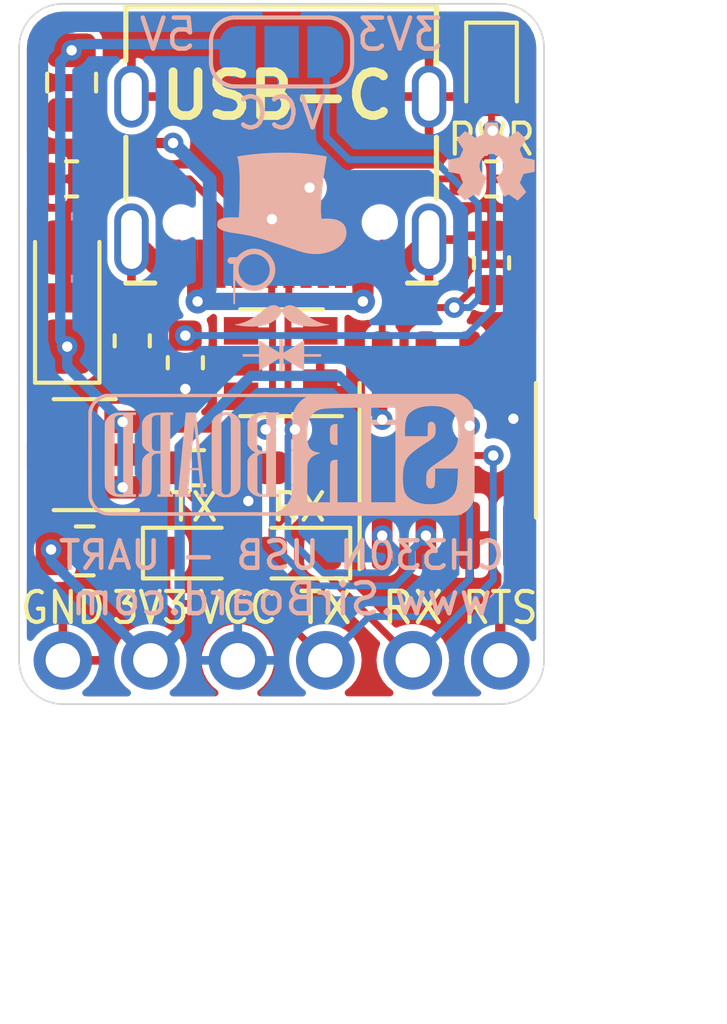
<source format=kicad_pcb>
(kicad_pcb (version 20171130) (host pcbnew "(5.1.2)-2")
  (title_block (title "CH330N USB to UART Converter") (date 2020-04-12) (rev 1.1) (company SirBoard) (comment 1 www.SirBoard.com))
  (layers (0 F.Cu signal) (31 B.Cu signal) (34 B.Paste user hide) (35 F.Paste user hide) (36 B.SilkS user) (37 F.SilkS user) (38 B.Mask user hide) (39 F.Mask user hide) (44 Edge.Cuts user))
  (net 0 "")
  (net 1 "Net-(PWR1-Pad2)")
  (net 2 GND)
  (net 3 VBUS)
  (net 4 VCC)
  (net 5 TX)
  (net 6 RX)
  (net 7 3V3)
  (net 8 RTS)
  (net 9 "Net-(P1-PadA5)")
  (net 10 "Net-(U2-Pad4)")
  (net 11 "Net-(P1-PadA8)")
  (net 12 "Net-(F1-Pad2)")
  (net 13 "Net-(R2-Pad2)")
  (net 14 "Net-(R3-Pad2)")
  (net 15 D-)
  (net 16 D+)
  (net 17 "Net-(P1-PadB5)")
  (net 18 "Net-(P1-PadB8)")
  (module logo:OSHW36x26 (layer B.Cu) (at 73.279 34.925 180)
    (fp_text reference G*** hide)
    (fp_text value LOGO hide)
  )
  (module logo:logo63x89 (layer B.Cu) (at 67.183 37.846 180)
    (fp_text reference G*** hide)
    (fp_text value LOGO hide)
  )
  (module logo:SirBoard112x35 (layer B.Cu) (at 67.183 43.434 180)
    (fp_text reference G*** hide)
    (fp_text value LOGO hide)
  )
  (module Connector_PinHeader_2.54mm:PinHeader_1x06_P2.54mm_Horizontal (layer F.Cu) (at 73.533 49.403 270)
    (fp_text reference J2 hide)
    (fp_text value Conn_01x06)
    (pad 6 thru_hole oval (at 0 12.7 270) (size 1.7 1.7) (drill 1) (layers *.Cu *.Mask) (net 2 GND))
    (pad 5 thru_hole oval (at 0 10.16 270) (size 1.7 1.7) (drill 1) (layers *.Cu *.Mask) (net 7 3V3))
    (pad 4 thru_hole oval (at 0 7.62 270) (size 1.7 1.7) (drill 1) (layers *.Cu *.Mask) (net 4 VCC))
    (pad 3 thru_hole oval (at 0 5.08 270) (size 1.7 1.7) (drill 1) (layers *.Cu *.Mask) (net 5 TX))
    (pad 2 thru_hole oval (at 0 2.54 270) (size 1.7 1.7) (drill 1) (layers *.Cu *.Mask) (net 6 RX))
    (pad 1 thru_hole circle (at 0 0 270) (size 1.7 1.7) (drill 1) (layers *.Cu *.Mask) (net 8 RTS))
  )
  (module LED_SMD:LED_0603_1608Metric (layer F.Cu) (at 73.279 32.385 270)
    (fp_text reference PWR (at 1.905 0) (layer F.SilkS) (effects (font (size 0.9 0.8) (thickness 0.12))))
    (fp_text value BLUE)
    (pad 2 smd roundrect (at 0.7875 0 270) (size 0.875 0.95) (layers F.Cu F.Paste F.Mask) (net 1 "Net-(PWR1-Pad2)"))
    (pad 1 smd roundrect (at -0.7875 0 270) (size 0.875 0.95) (layers F.Cu F.Paste F.Mask) (net 2 GND))
  )
  (module Resistor_SMD:R_0805_2012Metric (layer F.Cu) (at 61.087 32.639 270)
    (fp_text reference F1 hide)
    (fp_text value 500mA)
    (pad 2 smd roundrect (at 0.9375 0 270) (size 0.975 1.4) (layers F.Cu F.Paste F.Mask) (net 12 "Net-(F1-Pad2)"))
    (pad 1 smd roundrect (at -0.9375 0 270) (size 0.975 1.4) (layers F.Cu F.Paste F.Mask) (net 3 VBUS))
  )
  (module SirBoardLibrary:USB_C (layer F.Cu) (at 70.358 38.481 180)
    (fp_text reference USB-C (at 3.302 5.461) (layer F.SilkS) (effects (font (size 1.27 1.27) (thickness 0.254))))
    (fp_text value USB_C_Plug_USB2.0 hide)
    (pad A4 smd rect (at 0.6585 0.5866 180) (size 0.31 1.4) (layers F.Cu F.Paste F.Mask) (net 12 "Net-(F1-Pad2)"))
    (pad A9 smd rect (at 5.7685 0.5866 180) (size 0.31 1.4) (layers F.Cu F.Paste F.Mask) (net 12 "Net-(F1-Pad2)"))
    (pad B8 smd rect (at 1.4635 0.5866 180) (size 0.32 1.4) (layers F.Cu F.Paste F.Mask) (net 18 "Net-(P1-PadB8)"))
    (pad A5 smd rect (at 1.9635 0.5866 180) (size 0.32 1.4) (layers F.Cu F.Paste F.Mask) (net 9 "Net-(P1-PadA5)"))
    (pad B7 smd rect (at 2.4635 0.5866 180) (size 0.32 1.4) (layers F.Cu F.Paste F.Mask) (net 15 D-))
    (pad A6 smd rect (at 2.9635 0.5866 180) (size 0.32 1.4) (layers F.Cu F.Paste F.Mask) (net 16 D+))
    (pad A7 smd rect (at 3.4635 0.5866 180) (size 0.32 1.4) (layers F.Cu F.Paste F.Mask) (net 15 D-))
    (pad B6 smd rect (at 3.9635 0.5866 180) (size 0.32 1.4) (layers F.Cu F.Paste F.Mask) (net 16 D+))
    (pad A8 smd rect (at 4.4635 0.5866 180) (size 0.32 1.4) (layers F.Cu F.Paste F.Mask) (net 11 "Net-(P1-PadA8)"))
    (pad B5 smd rect (at 4.9635 0.5866 180) (size 0.32 1.4) (layers F.Cu F.Paste F.Mask) (net 17 "Net-(P1-PadB5)"))
    (pad S1 thru_hole oval (at -1.1065 1.2866 180) (size 1 2.1) (drill oval 0.6 1.7) (layers *.Cu *.Mask) (net 2 GND))
    (pad S1 thru_hole oval (at 7.5335 1.2866 180) (size 1 2.1) (drill oval 0.6 1.7) (layers *.Cu *.Mask) (net 2 GND))
    (pad S1 thru_hole oval (at 7.5335 5.4366 180) (size 1 1.8) (drill oval 0.6 1.4) (layers *.Cu *.Mask) (net 2 GND))
    (pad S1 thru_hole oval (at -1.1065 5.4366 180) (size 1 1.8) (drill oval 0.6 1.4) (layers *.Cu *.Mask) (net 2 GND))
    (pad "" np_thru_hole circle (at 6.1035 1.7866 180) (size 0.65 0.65) (drill oval 0.65) (layers *.Cu *.Mask))
    (pad "" np_thru_hole circle (at 0.3235 1.7866 180) (size 0.65 0.65) (drill oval 0.65) (layers *.Cu *.Mask))
    (pad A12 smd rect (at 6.5685 0.5866 180) (size 0.31 1.4) (layers F.Cu F.Paste F.Mask) (net 2 GND))
    (pad A1 smd rect (at -0.1415 0.5866 180) (size 0.31 1.4) (layers F.Cu F.Paste F.Mask) (net 2 GND))
    (pad B12 smd rect (at 0.1685 0.5842 180) (size 0.31 1.4) (layers F.Cu F.Paste F.Mask) (net 2 GND))
    (pad B9 smd rect (at 0.9685 0.5842 180) (size 0.31 1.4) (layers F.Cu F.Paste F.Mask) (net 12 "Net-(F1-Pad2)"))
    (pad B1 smd rect (at 6.2585 0.5866 180) (size 0.31 1.4) (layers F.Cu F.Paste F.Mask) (net 2 GND))
    (pad B4 smd rect (at 5.4558 0.5866 180) (size 0.31 1.4) (layers F.Cu F.Paste F.Mask) (net 12 "Net-(F1-Pad2)"))
  )
  (module Resistor_SMD:R_0603_1608Metric (layer F.Cu) (at 73.279 35.433)
    (fp_text reference R5 hide)
    (fp_text value 5K1)
    (pad 1 smd roundrect (at -0.7875 0) (size 0.875 0.95) (layers F.Cu F.Paste F.Mask) (net 9 "Net-(P1-PadA5)"))
    (pad 2 smd roundrect (at 0.7875 0) (size 0.875 0.95) (layers F.Cu F.Paste F.Mask) (net 2 GND))
  )
  (module Resistor_SMD:R_0603_1608Metric (layer F.Cu) (at 61.087 35.433 180)
    (fp_text reference R4 hide)
    (fp_text value 5K1)
    (pad 2 smd roundrect (at 0.7875 0 180) (size 0.875 0.95) (layers F.Cu F.Paste F.Mask) (net 2 GND))
    (pad 1 smd roundrect (at -0.7875 0 180) (size 0.875 0.95) (layers F.Cu F.Paste F.Mask) (net 17 "Net-(P1-PadB5)"))
  )
  (module Package_SO:SOIC-8_3.9x4.9mm_P1.27mm (layer F.Cu) (at 72.009 43.307 90)
    (fp_text reference U1 hide)
    (fp_text value CH330N)
    (pad 8 smd roundrect (at 2.475 -1.905 90) (size 1.95 0.6) (layers F.Cu F.Paste F.Mask) (net 7 3V3))
    (pad 7 smd roundrect (at 2.475 -0.635 90) (size 1.95 0.6) (layers F.Cu F.Paste F.Mask) (net 6 RX))
    (pad 6 smd roundrect (at 2.475 0.635 90) (size 1.95 0.6) (layers F.Cu F.Paste F.Mask) (net 5 TX))
    (pad 5 smd roundrect (at 2.475 1.905 90) (size 1.95 0.6) (layers F.Cu F.Paste F.Mask) (net 4 VCC))
    (pad 4 smd roundrect (at -2.475 1.905 90) (size 1.95 0.6) (layers F.Cu F.Paste F.Mask) (net 8 RTS))
    (pad 3 smd roundrect (at -2.475 0.635 90) (size 1.95 0.6) (layers F.Cu F.Paste F.Mask) (net 2 GND))
    (pad 2 smd roundrect (at -2.475 -0.635 90) (size 1.95 0.6) (layers F.Cu F.Paste F.Mask) (net 15 D-))
    (pad 1 smd roundrect (at -2.475 -1.905 90) (size 1.95 0.6) (layers F.Cu F.Paste F.Mask) (net 16 D+))
  )
  (module SirBoardLibrary:SOT-143 (layer F.Cu) (at 67.183 40.767 90)
    (fp_text reference D1 hide)
    (fp_text value PRTR5V0U2X)
    (pad 4 smd rect (at -0.9754 -1.1762 90) (size 0.8 1) (layers F.Cu F.Paste F.Mask) (net 3 VBUS))
    (pad 3 smd rect (at 0.9246 -1.1762 90) (size 0.8 1) (layers F.Cu F.Paste F.Mask) (net 15 D-))
    (pad 2 smd rect (at 0.9246 1.1238 90) (size 0.8 1) (layers F.Cu F.Paste F.Mask) (net 16 D+))
    (pad 1 smd rect (at -0.7954 1.1238 90) (size 1.2 1) (layers F.Cu F.Paste F.Mask) (net 2 GND))
  )
  (module Capacitor_SMD:C_0603_1608Metric (layer F.Cu) (at 73.279 37.8714 270)
    (fp_text reference C1 hide)
    (fp_text value 100nF)
    (pad 2 smd roundrect (at 0.7875 0 270) (size 0.875 0.95) (layers F.Cu F.Paste F.Mask) (net 7 3V3))
    (pad 1 smd roundrect (at -0.7875 0 270) (size 0.875 0.95) (layers F.Cu F.Paste F.Mask) (net 2 GND))
  )
  (module Jumper:SolderJumper-3_P1.3mm_Open_RoundedPad1.0x1.5mm (layer B.Cu) (at 67.183 31.75)
    (fp_text reference VCC (at 0 1.778) (layer B.SilkS) (effects (font (size 0.9 0.9) (thickness 0.13)) (justify mirror)))
    (fp_text value SolderJumper_3_Open)
    (pad 2 smd rect (at 0 0) (size 1 1.5) (layers B.Cu B.Mask) (net 4 VCC))
    (pad 3 smd custom (at 1.3 0) (size 1 0.5) (layers B.Cu B.Mask) (net 7 3V3) (options (clearance outline) (anchor rect)) (primitives (gr_circle (center 0 -0.25) (end 0.5 -0.25) (width 0)) (gr_circle (center 0 0.25) (end 0.5 0.25) (width 0)) (gr_poly (pts (xy -0.55 0.75) (xy 0 0.75) (xy 0 -0.75) (xy -0.55 -0.75)) (width 0))))
    (pad 1 smd custom (at -1.3 0) (size 1 0.5) (layers B.Cu B.Mask) (net 3 VBUS) (options (clearance outline) (anchor rect)) (primitives (gr_circle (center 0 -0.25) (end 0.5 -0.25) (width 0)) (gr_circle (center 0 0.25) (end 0.5 0.25) (width 0)) (gr_poly (pts (xy 0.55 0.75) (xy 0 0.75) (xy 0 -0.75) (xy 0.55 -0.75)) (width 0))))
  )
  (module LED_SMD:LED_0603_1608Metric (layer F.Cu) (at 64.643 46.2915)
    (fp_text reference TX2 hide)
    (fp_text value RED)
    (pad 1 smd roundrect (at -0.7875 0) (size 0.875 0.95) (layers F.Cu F.Paste F.Mask) (net 5 TX))
    (pad 2 smd roundrect (at 0.7875 0) (size 0.875 0.95) (layers F.Cu F.Paste F.Mask) (net 13 "Net-(R2-Pad2)"))
  )
  (module LED_SMD:LED_0603_1608Metric (layer F.Cu) (at 67.691 46.2915 180)
    (fp_text reference RX1 hide)
    (fp_text value GREEN)
    (pad 1 smd roundrect (at -0.7875 0 180) (size 0.875 0.95) (layers F.Cu F.Paste F.Mask) (net 6 RX))
    (pad 2 smd roundrect (at 0.7875 0 180) (size 0.875 0.95) (layers F.Cu F.Paste F.Mask) (net 14 "Net-(R3-Pad2)"))
  )
  (module Resistor_SMD:R_0603_1608Metric (layer F.Cu) (at 67.691 43.815)
    (fp_text reference R3 hide)
    (fp_text value 1K)
    (pad 1 smd roundrect (at -0.7875 0) (size 0.875 0.95) (layers F.Cu F.Paste F.Mask) (net 4 VCC))
    (pad 2 smd roundrect (at 0.7875 0) (size 0.875 0.95) (layers F.Cu F.Paste F.Mask) (net 14 "Net-(R3-Pad2)"))
  )
  (module Resistor_SMD:R_0603_1608Metric (layer F.Cu) (at 64.77 43.815 180)
    (fp_text reference R2 hide)
    (fp_text value 1K)
    (pad 1 smd roundrect (at -0.7875 0 180) (size 0.875 0.95) (layers F.Cu F.Paste F.Mask) (net 4 VCC))
    (pad 2 smd roundrect (at 0.7875 0 180) (size 0.875 0.95) (layers F.Cu F.Paste F.Mask) (net 13 "Net-(R2-Pad2)"))
  )
  (module Resistor_SMD:R_0603_1608Metric (layer F.Cu) (at 64.389 40.767 90)
    (fp_text reference R1 hide)
    (fp_text value 1K)
    (pad 1 smd roundrect (at -0.7875 0 90) (size 0.875 0.95) (layers F.Cu F.Paste F.Mask) (net 4 VCC))
    (pad 2 smd roundrect (at 0.7875 0 90) (size 0.875 0.95) (layers F.Cu F.Paste F.Mask) (net 1 "Net-(PWR1-Pad2)"))
  )
  (module Capacitor_SMD:C_0805_2012Metric (layer F.Cu) (at 61.468 46.228)
    (fp_text reference C7 hide)
    (fp_text value 10uF)
    (pad 2 smd roundrect (at 0.9375 0) (size 0.975 1.4) (layers F.Cu F.Paste F.Mask) (net 2 GND))
    (pad 1 smd roundrect (at -0.9375 0) (size 0.975 1.4) (layers F.Cu F.Paste F.Mask) (net 7 3V3))
  )
  (module Package_TO_SOT_SMD:SOT-23-5 (layer F.Cu) (at 61.468 43.434 180)
    (fp_text reference U2 hide)
    (fp_text value AP2127K-3.3)
    (pad 5 smd rect (at 1.1 -0.95 180) (size 1.06 0.65) (layers F.Cu F.Paste F.Mask) (net 7 3V3))
    (pad 4 smd rect (at 1.1 0.95 180) (size 1.06 0.65) (layers F.Cu F.Paste F.Mask) (net 10 "Net-(U2-Pad4)"))
    (pad 3 smd rect (at -1.1 0.95 180) (size 1.06 0.65) (layers F.Cu F.Paste F.Mask) (net 3 VBUS))
    (pad 2 smd rect (at -1.1 0 180) (size 1.06 0.65) (layers F.Cu F.Paste F.Mask) (net 2 GND))
    (pad 1 smd rect (at -1.1 -0.95 180) (size 1.06 0.65) (layers F.Cu F.Paste F.Mask) (net 3 VBUS))
  )
  (module Capacitor_SMD:C_0603_1608Metric (layer F.Cu) (at 62.84722 40.132 270)
    (fp_text reference C4 hide)
    (fp_text value 100nF)
    (pad 2 smd roundrect (at 0.7875 0 270) (size 0.875 0.95) (layers F.Cu F.Paste F.Mask) (net 2 GND))
    (pad 1 smd roundrect (at -0.7875 0 270) (size 0.875 0.95) (layers F.Cu F.Paste F.Mask) (net 3 VBUS))
  )
  (module Capacitor_Tantalum_SMD:CP_EIA-3216-18_Kemet-A_Pad1.58x1.35mm_HandSolder (layer F.Cu) (at 60.96 38.862 90)
    (fp_text reference C3 hide)
    (fp_text value 22uF)
    (pad 1 smd roundrect (at -1.4375 0 90) (size 1.575 1.35) (layers F.Cu F.Paste F.Mask) (roundrect_rratio 0.185185) (net 3 VBUS))
    (pad 2 smd roundrect (at 1.4375 0 90) (size 1.575 1.35) (layers F.Cu F.Paste F.Mask) (roundrect_rratio 0.185185) (net 2 GND))
  )
  (gr_text TX (at 64.643 44.958) (layer F.SilkS) (effects (font (size 0.8 0.8) (thickness 0.12))))
  (gr_text RX (at 67.691 44.958) (layer F.SilkS) (effects (font (size 0.8 0.8) (thickness 0.12))))
  (gr_arc (start 60.833 31.623) (end 60.833 30.353) (angle -90) (layer Edge.Cuts) (width 0.05))
  (gr_arc (start 73.533 31.623) (end 74.803 31.623) (angle -90) (layer Edge.Cuts) (width 0.05))
  (gr_arc (start 73.533 49.403) (end 73.533 50.673) (angle -90) (layer Edge.Cuts) (width 0.05))
  (gr_arc (start 60.833 49.403) (end 59.563 49.403) (angle -90) (layer Edge.Cuts) (width 0.05))
  (gr_text 5V (at 63.881 31.242) (layer B.SilkS) (effects (font (size 0.9 0.9) (thickness 0.13)) (justify mirror)))
  (gr_text 3V3 (at 70.612 31.242) (layer B.SilkS) (effects (font (size 0.9 0.9) (thickness 0.13)) (justify mirror)))
  (gr_text TX (at 68.453 47.879) (layer F.SilkS) (effects (font (size 0.9 0.9) (thickness 0.13))))
  (gr_text 3V3 (at 63.373 47.879) (layer F.SilkS) (effects (font (size 0.9 0.8) (thickness 0.12))))
  (gr_text GND (at 60.833 47.879) (layer F.SilkS) (effects (font (size 0.9 0.8) (thickness 0.12))))
  (gr_text VCC (at 65.913 47.879) (layer F.SilkS) (effects (font (size 0.9 0.8) (thickness 0.12))))
  (gr_text RX (at 70.993 47.879) (layer F.SilkS) (effects (font (size 0.9 0.9) (thickness 0.13))))
  (gr_text RTS (at 73.533 47.879) (layer F.SilkS) (effects (font (size 0.9 0.8) (thickness 0.12))))
  (gr_text "CH330N USB - UART" (at 67.183 46.355) (layer B.SilkS) (effects (font (size 0.8 0.8) (thickness 0.13)) (justify mirror)))
  (gr_text www.SirBoard.com (at 67.183 47.625) (layer B.SilkS) (effects (font (size 0.9 0.9) (thickness 0.13)) (justify mirror)))
  (gr_line (start 59.563 31.623) (end 59.563 49.403) (layer Edge.Cuts) (width 0.05))
  (gr_line (start 74.803 31.623) (end 74.803 49.403) (layer Edge.Cuts) (width 0.05))
  (gr_line (start 73.533 30.353) (end 60.833 30.353) (layer Edge.Cuts) (width 0.05))
  (gr_line (start 60.833 50.673) (end 73.533 50.673) (layer Edge.Cuts) (width 0.05))
  (via (at 64.389 39.9796) (size 0.6) (drill 0.3) (layers F.Cu B.Cu) (net 1))
  (segment (start 73.309503 34.460264) (end 73.309503 34.036) (width 0.2) (layer B.Cu) (net 1))
  (segment (start 73.309503 39.212497) (end 73.309503 34.460264) (width 0.2) (layer B.Cu) (net 1))
  (segment (start 72.5424 39.9796) (end 73.309503 39.212497) (width 0.2) (layer B.Cu) (net 1))
  (segment (start 64.389 39.9796) (end 72.5424 39.9796) (width 0.2) (layer B.Cu) (net 1))
  (segment (start 73.279 34.005497) (end 73.309503 34.036) (width 0.2) (layer F.Cu) (net 1))
  (segment (start 73.279 33.1725) (end 73.279 34.005497) (width 0.2) (layer F.Cu) (net 1))
  (via (at 73.309503 34.036) (size 0.6) (drill 0.3) (layers F.Cu B.Cu) (net 1))
  (segment (start 63.5245 37.8944) (end 62.8245 37.1944) (width 0.6) (layer F.Cu) (net 2))
  (segment (start 63.7895 37.8944) (end 63.5245 37.8944) (width 0.6) (layer F.Cu) (net 2))
  (segment (start 70.7645 37.8944) (end 71.4645 37.1944) (width 0.6) (layer F.Cu) (net 2))
  (segment (start 70.4995 37.8944) (end 70.7645 37.8944) (width 0.6) (layer F.Cu) (net 2))
  (segment (start 70.4971 37.8968) (end 70.4995 37.8944) (width 0.3) (layer F.Cu) (net 2))
  (segment (start 70.1895 37.8968) (end 70.4971 37.8968) (width 0.3) (layer F.Cu) (net 2))
  (segment (start 63.7895 37.8944) (end 64.0995 37.8944) (width 0.3) (layer F.Cu) (net 2))
  (segment (start 62.568 42.484) (end 62.568 42.484) (width 0.4) (layer F.Cu) (net 3))
  (via (at 61.086984 31.701516) (size 0.6) (drill 0.3) (layers F.Cu B.Cu) (net 3))
  (segment (start 61.087 31.7015) (end 61.086984 31.701516) (width 0.3) (layer F.Cu) (net 3))
  (segment (start 61.2671 31.5214) (end 61.086984 31.701516) (width 0.3) (layer B.Cu) (net 3))
  (segment (start 65.883 31.75) (end 65.6544 31.5214) (width 0.3) (layer B.Cu) (net 3))
  (segment (start 65.6544 31.5214) (end 61.2671 31.5214) (width 0.3) (layer B.Cu) (net 3))
  (via (at 60.96 40.29953) (size 0.6) (drill 0.3) (layers F.Cu B.Cu) (net 3))
  (segment (start 62.865 39.3445) (end 61.91503 39.3445) (width 0.4) (layer F.Cu) (net 3))
  (segment (start 61.91503 39.3445) (end 61.259999 39.999531) (width 0.4) (layer F.Cu) (net 3))
  (segment (start 61.259999 39.999531) (end 60.96 40.29953) (width 0.4) (layer F.Cu) (net 3))
  (segment (start 60.7568 40.09633) (end 60.96 40.29953) (width 0.3) (layer B.Cu) (net 3))
  (segment (start 61.086984 31.701516) (end 60.7568 32.0317) (width 0.3) (layer B.Cu) (net 3))
  (segment (start 60.7568 32.0317) (end 60.7568 40.09633) (width 0.3) (layer B.Cu) (net 3))
  (via (at 62.568 42.484) (size 0.6) (drill 0.3) (layers F.Cu B.Cu) (net 3))
  (segment (start 62.568 44.384) (end 62.568 44.384) (width 0.4) (layer F.Cu) (net 3))
  (via (at 62.568 44.384) (size 0.6) (drill 0.3) (layers F.Cu B.Cu) (net 3))
  (segment (start 62.3951 42.484) (end 62.568 42.484) (width 0.3) (layer F.Cu) (net 3))
  (segment (start 62.568 42.484) (end 62.568 44.384) (width 0.3) (layer B.Cu) (net 3))
  (segment (start 63.398 42.484) (end 62.568 42.484) (width 0.3) (layer F.Cu) (net 3))
  (segment (start 63.5606 42.6466) (end 63.398 42.484) (width 0.3) (layer F.Cu) (net 3))
  (segment (start 65.659 42.6466) (end 63.5606 42.6466) (width 0.3) (layer F.Cu) (net 3))
  (segment (start 66.0068 41.7424) (end 66.0068 42.2988) (width 0.3) (layer F.Cu) (net 3))
  (segment (start 66.0068 42.2988) (end 65.659 42.6466) (width 0.3) (layer F.Cu) (net 3))
  (segment (start 60.96 40.876) (end 62.568 42.484) (width 0.3) (layer B.Cu) (net 3))
  (segment (start 60.96 40.29953) (end 60.96 40.876) (width 0.3) (layer B.Cu) (net 3))
  (via (at 64.389 41.529) (size 0.6) (drill 0.3) (layers F.Cu B.Cu) (net 4))
  (via (at 73.914 42.3926) (size 0.6) (drill 0.3) (layers F.Cu B.Cu) (net 4))
  (segment (start 73.914 40.832) (end 73.914 42.3926) (width 0.2) (layer F.Cu) (net 4))
  (via (at 66.2178 44.7802) (size 0.6) (drill 0.3) (layers F.Cu B.Cu) (net 4))
  (segment (start 66.2178 44.7802) (end 66.2178 43.815) (width 0.2) (layer F.Cu) (net 4))
  (segment (start 66.9035 43.815) (end 66.2178 43.815) (width 0.2) (layer F.Cu) (net 4))
  (segment (start 66.2178 43.815) (end 65.5575 43.815) (width 0.2) (layer F.Cu) (net 4))
  (via (at 72.644 42.5958) (size 0.6) (drill 0.3) (layers F.Cu B.Cu) (net 5))
  (segment (start 72.644 42.5958) (end 72.644 40.832) (width 0.2) (layer F.Cu) (net 5))
  (segment (start 67.603001 48.553001) (end 68.453 49.403) (width 0.2) (layer F.Cu) (net 5))
  (segment (start 66.802 47.752) (end 67.603001 48.553001) (width 0.2) (layer F.Cu) (net 5))
  (segment (start 64.262 47.752) (end 66.802 47.752) (width 0.2) (layer F.Cu) (net 5))
  (segment (start 63.8555 46.2915) (end 63.8555 47.3455) (width 0.2) (layer F.Cu) (net 5))
  (segment (start 63.8555 47.3455) (end 64.262 47.752) (width 0.2) (layer F.Cu) (net 5))
  (segment (start 72.644 47.0408) (end 72.644 42.5958) (width 0.2) (layer B.Cu) (net 5))
  (segment (start 71.5518 48.133) (end 72.644 47.0408) (width 0.2) (layer B.Cu) (net 5))
  (segment (start 68.453 49.403) (end 69.723 48.133) (width 0.2) (layer B.Cu) (net 5))
  (segment (start 69.723 48.133) (end 71.5518 48.133) (width 0.2) (layer B.Cu) (net 5))
  (segment (start 68.4785 46.8885) (end 70.993 49.403) (width 0.2) (layer F.Cu) (net 6))
  (segment (start 68.4785 46.2915) (end 68.4785 46.8885) (width 0.2) (layer F.Cu) (net 6))
  (via (at 73.3298 43.4594) (size 0.6) (drill 0.3) (layers F.Cu B.Cu) (net 6))
  (segment (start 70.993 49.403) (end 73.3298 47.0662) (width 0.2) (layer B.Cu) (net 6))
  (segment (start 73.3298 47.0662) (end 73.3298 43.4594) (width 0.2) (layer B.Cu) (net 6))
  (segment (start 73.3298 43.4594) (end 71.8312 43.4594) (width 0.2) (layer F.Cu) (net 6))
  (segment (start 71.374 43.0022) (end 71.374 40.832) (width 0.2) (layer F.Cu) (net 6))
  (segment (start 71.8312 43.4594) (end 71.374 43.0022) (width 0.2) (layer F.Cu) (net 6))
  (segment (start 60.368 46.0655) (end 60.49125 46.18875) (width 0.4) (layer F.Cu) (net 7))
  (segment (start 60.368 44.384) (end 60.368 46.0655) (width 0.4) (layer F.Cu) (net 7))
  (segment (start 63.3095 49.403) (end 63.373 49.403) (width 0.4) (layer F.Cu) (net 7))
  (segment (start 72.704 38.6589) (end 73.279 38.6589) (width 0.2) (layer F.Cu) (net 7))
  (segment (start 72.1961 39.1668) (end 72.1961 39.1668) (width 0.2) (layer F.Cu) (net 7))
  (segment (start 70.5612 39.1668) (end 72.1961 39.1668) (width 0.2) (layer F.Cu) (net 7))
  (segment (start 70.104 40.832) (end 70.104 39.624) (width 0.2) (layer F.Cu) (net 7))
  (segment (start 70.104 39.624) (end 70.5612 39.1668) (width 0.2) (layer F.Cu) (net 7))
  (segment (start 72.1961 39.1668) (end 72.704 38.6589) (width 0.2) (layer F.Cu) (net 7))
  (via (at 72.1961 39.1668) (size 0.6) (drill 0.3) (layers F.Cu B.Cu) (net 7))
  (via (at 70.104 42.418) (size 0.6) (drill 0.3) (layers F.Cu B.Cu) (net 7))
  (segment (start 70.104 42.418) (end 70.104 40.832) (width 0.3) (layer F.Cu) (net 7))
  (segment (start 60.49125 46.18875) (end 60.5305 46.228) (width 0.4) (layer F.Cu) (net 7))
  (via (at 60.49125 46.18875) (size 0.6) (drill 0.3) (layers F.Cu B.Cu) (net 7))
  (segment (start 60.49125 46.52125) (end 63.373 49.403) (width 0.3) (layer B.Cu) (net 7))
  (segment (start 60.49125 46.18875) (end 60.49125 46.52125) (width 0.3) (layer B.Cu) (net 7))
  (segment (start 68.834 41.148) (end 70.104 42.418) (width 0.3) (layer B.Cu) (net 7))
  (segment (start 66.294 41.148) (end 68.834 41.148) (width 0.3) (layer B.Cu) (net 7))
  (segment (start 64.222999 43.219001) (end 66.294 41.148) (width 0.3) (layer B.Cu) (net 7))
  (segment (start 63.373 49.403) (end 64.222999 48.553001) (width 0.3) (layer B.Cu) (net 7))
  (segment (start 64.222999 48.553001) (end 64.222999 43.219001) (width 0.3) (layer B.Cu) (net 7))
  (segment (start 68.483 34.2184) (end 68.483 31.75) (width 0.2) (layer B.Cu) (net 7))
  (segment (start 72.64865 39.1668) (end 72.898 38.91745) (width 0.2) (layer B.Cu) (net 7))
  (segment (start 72.1961 39.1668) (end 72.64865 39.1668) (width 0.2) (layer B.Cu) (net 7))
  (segment (start 72.898 38.91745) (end 72.898 36.1696) (width 0.2) (layer B.Cu) (net 7))
  (segment (start 72.898 36.1696) (end 71.6026 34.8742) (width 0.2) (layer B.Cu) (net 7))
  (segment (start 71.6026 34.8742) (end 69.1388 34.8742) (width 0.2) (layer B.Cu) (net 7))
  (segment (start 69.1388 34.8742) (end 68.483 34.2184) (width 0.2) (layer B.Cu) (net 7))
  (segment (start 73.533 47.752) (end 73.533 49.403) (width 0.3) (layer F.Cu) (net 8))
  (segment (start 73.914 45.782) (end 73.914 47.371) (width 0.3) (layer F.Cu) (net 8))
  (segment (start 73.914 47.371) (end 73.533 47.752) (width 0.3) (layer F.Cu) (net 8))
  (segment (start 68.3945 36.3805) (end 68.3945 37.8944) (width 0.2) (layer F.Cu) (net 9))
  (segment (start 72.4915 35.433) (end 69.342 35.433) (width 0.2) (layer F.Cu) (net 9))
  (segment (start 69.342 35.433) (end 68.3945 36.3805) (width 0.2) (layer F.Cu) (net 9))
  (via (at 64.7446 38.989) (size 0.7) (drill 0.3) (layers F.Cu B.Cu) (net 12))
  (segment (start 64.9022 38.8568) (end 64.77 38.989) (width 0.3) (layer F.Cu) (net 12))
  (segment (start 64.9022 37.8944) (end 64.9022 38.8568) (width 0.3) (layer F.Cu) (net 12))
  (segment (start 64.77 37.8996) (end 64.77 38.862) (width 0.3) (layer F.Cu) (net 12))
  (segment (start 64.5895 38.8085) (end 64.77 38.989) (width 0.3) (layer F.Cu) (net 12))
  (segment (start 64.5895 37.8944) (end 64.5895 38.8085) (width 0.3) (layer F.Cu) (net 12))
  (segment (start 69.7028 38.8568) (end 69.5706 38.989) (width 0.3) (layer F.Cu) (net 12))
  (segment (start 69.7028 37.8944) (end 69.7028 38.8568) (width 0.3) (layer F.Cu) (net 12))
  (segment (start 69.3901 37.8944) (end 69.3901 38.8085) (width 0.3) (layer F.Cu) (net 12))
  (segment (start 69.3901 38.8085) (end 69.5706 38.989) (width 0.3) (layer F.Cu) (net 12))
  (segment (start 69.5706 37.8996) (end 69.5706 38.862) (width 0.3) (layer F.Cu) (net 12))
  (via (at 69.5452 38.989) (size 0.7) (drill 0.3) (layers F.Cu B.Cu) (net 12))
  (segment (start 64.7446 38.989) (end 69.5452 38.989) (width 0.5) (layer B.Cu) (net 12))
  (via (at 64.0334 34.3916) (size 0.6) (drill 0.3) (layers F.Cu B.Cu) (net 12))
  (segment (start 65.094599 35.452799) (end 64.0334 34.3916) (width 0.4) (layer B.Cu) (net 12))
  (segment (start 64.7446 38.989) (end 65.094599 38.639001) (width 0.4) (layer B.Cu) (net 12))
  (segment (start 65.094599 38.639001) (end 65.094599 35.452799) (width 0.4) (layer B.Cu) (net 12))
  (segment (start 61.9021 34.3916) (end 61.087 33.5765) (width 0.3) (layer F.Cu) (net 12))
  (segment (start 64.0334 34.3916) (end 61.9021 34.3916) (width 0.3) (layer F.Cu) (net 12))
  (segment (start 65.4305 45.52325) (end 65.4305 46.2915) (width 0.2) (layer F.Cu) (net 13))
  (segment (start 63.9825 43.815) (end 63.9825 44.07525) (width 0.2) (layer F.Cu) (net 13))
  (segment (start 63.9825 44.07525) (end 65.4305 45.52325) (width 0.2) (layer F.Cu) (net 13))
  (segment (start 66.9035 45.6185) (end 66.9035 46.2915) (width 0.2) (layer F.Cu) (net 14))
  (segment (start 68.4785 43.815) (end 68.4785 44.0435) (width 0.2) (layer F.Cu) (net 14))
  (segment (start 68.4785 44.0435) (end 66.9035 45.6185) (width 0.2) (layer F.Cu) (net 14))
  (via (at 71.374 45.7835) (size 0.6) (drill 0.3) (layers F.Cu B.Cu) (net 15))
  (segment (start 66.9195 42.503068) (end 66.7195 42.703068) (width 0.2) (layer F.Cu) (net 15))
  (segment (start 66.8945 38.944401) (end 66.9195 38.969401) (width 0.2) (layer F.Cu) (net 15))
  (segment (start 66.8945 37.8944) (end 66.8945 38.944401) (width 0.2) (layer F.Cu) (net 15))
  (via (at 66.7195 42.703068) (size 0.6) (drill 0.3) (layers F.Cu B.Cu) (net 15))
  (segment (start 66.9188 39.8424) (end 66.9195 39.8431) (width 0.2) (layer F.Cu) (net 15))
  (segment (start 66.0068 39.8424) (end 66.9188 39.8424) (width 0.2) (layer F.Cu) (net 15))
  (segment (start 66.9195 38.969401) (end 66.9195 39.8431) (width 0.2) (layer F.Cu) (net 15))
  (segment (start 66.9195 39.8431) (end 66.9195 42.503068) (width 0.2) (layer F.Cu) (net 15))
  (via (at 67.9958 35.687) (size 0.6) (drill 0.3) (layers F.Cu B.Cu) (net 15))
  (segment (start 66.8945 36.7883) (end 66.9036 36.7792) (width 0.2) (layer F.Cu) (net 15))
  (segment (start 66.8945 37.8944) (end 66.8945 36.7883) (width 0.2) (layer F.Cu) (net 15))
  (via (at 66.9036 36.6014) (size 0.6) (drill 0.3) (layers F.Cu B.Cu) (net 15))
  (segment (start 67.9958 35.687) (end 66.9036 36.7792) (width 0.2) (layer B.Cu) (net 15))
  (segment (start 67.8945 37.1853) (end 67.8945 37.8944) (width 0.2) (layer F.Cu) (net 15))
  (segment (start 67.9704 37.1094) (end 67.8945 37.1853) (width 0.2) (layer F.Cu) (net 15))
  (segment (start 67.9704 36.1696) (end 67.9704 37.1094) (width 0.2) (layer F.Cu) (net 15))
  (segment (start 67.9958 35.687) (end 67.9958 36.1442) (width 0.2) (layer F.Cu) (net 15))
  (segment (start 67.9958 36.1442) (end 67.9704 36.1696) (width 0.2) (layer F.Cu) (net 15))
  (segment (start 70.964 46.1935) (end 71.374 45.7835) (width 0.2) (layer B.Cu) (net 15))
  (segment (start 66.7195 42.703068) (end 66.9195 42.903068) (width 0.2) (layer B.Cu) (net 15))
  (segment (start 66.9195 42.903068) (end 66.9195 46.0287) (width 0.2) (layer B.Cu) (net 15))
  (segment (start 66.9195 46.0287) (end 68.1348 47.244) (width 0.2) (layer B.Cu) (net 15))
  (segment (start 68.1348 47.244) (end 70.485 47.244) (width 0.2) (layer B.Cu) (net 15))
  (segment (start 70.485 47.244) (end 70.964 46.765) (width 0.2) (layer B.Cu) (net 15))
  (segment (start 70.964 46.765) (end 70.964 46.1935) (width 0.2) (layer B.Cu) (net 15))
  (via (at 70.104 45.7835) (size 0.6) (drill 0.3) (layers F.Cu B.Cu) (net 16))
  (via (at 67.5695 42.703068) (size 0.6) (drill 0.3) (layers F.Cu B.Cu) (net 16))
  (segment (start 67.3945 37.8944) (end 67.3945 38.944401) (width 0.2) (layer F.Cu) (net 16))
  (segment (start 67.3945 38.944401) (end 67.3695 38.969401) (width 0.2) (layer F.Cu) (net 16))
  (segment (start 67.3695 42.503068) (end 67.5695 42.703068) (width 0.2) (layer F.Cu) (net 16))
  (segment (start 67.6053 39.8439) (end 67.3695 39.8439) (width 0.2) (layer F.Cu) (net 16))
  (segment (start 67.6068 39.8424) (end 67.6053 39.8439) (width 0.2) (layer F.Cu) (net 16))
  (segment (start 68.3068 39.8424) (end 67.6068 39.8424) (width 0.2) (layer F.Cu) (net 16))
  (segment (start 67.3695 38.969401) (end 67.3695 39.8439) (width 0.2) (layer F.Cu) (net 16))
  (segment (start 67.3695 39.8439) (end 67.3695 42.503068) (width 0.2) (layer F.Cu) (net 16))
  (segment (start 67.3945 37.0757) (end 67.3945 37.8944) (width 0.2) (layer F.Cu) (net 16))
  (segment (start 67.5386 36.9316) (end 67.3945 37.0757) (width 0.2) (layer F.Cu) (net 16))
  (segment (start 67.5386 36.2966) (end 67.5386 36.9316) (width 0.2) (layer F.Cu) (net 16))
  (segment (start 66.3945 36.9944) (end 66.2432 36.8431) (width 0.2) (layer F.Cu) (net 16))
  (segment (start 66.3945 37.8944) (end 66.3945 36.9944) (width 0.2) (layer F.Cu) (net 16))
  (segment (start 66.2432 36.8431) (end 66.2432 36.322) (width 0.2) (layer F.Cu) (net 16))
  (segment (start 66.2432 36.322) (end 66.5734 35.9918) (width 0.2) (layer F.Cu) (net 16))
  (segment (start 66.5734 35.9918) (end 67.2338 35.9918) (width 0.2) (layer F.Cu) (net 16))
  (segment (start 67.2338 35.9918) (end 67.5386 36.2966) (width 0.2) (layer F.Cu) (net 16))
  (segment (start 67.3695 42.903068) (end 67.3695 45.8423) (width 0.2) (layer B.Cu) (net 16))
  (segment (start 67.5695 42.703068) (end 67.3695 42.903068) (width 0.2) (layer B.Cu) (net 16))
  (segment (start 67.3695 45.8423) (end 68.3902 46.863) (width 0.2) (layer B.Cu) (net 16))
  (segment (start 70.514 46.1935) (end 70.104 45.7835) (width 0.2) (layer B.Cu) (net 16))
  (segment (start 68.3902 46.863) (end 70.231 46.863) (width 0.2) (layer B.Cu) (net 16))
  (segment (start 70.231 46.863) (end 70.514 46.58) (width 0.2) (layer B.Cu) (net 16))
  (segment (start 70.514 46.58) (end 70.514 46.1935) (width 0.2) (layer B.Cu) (net 16))
  (segment (start 65.3945 36.3115) (end 65.3945 37.8944) (width 0.2) (layer F.Cu) (net 17))
  (segment (start 61.8745 35.433) (end 64.516 35.433) (width 0.2) (layer F.Cu) (net 17))
  (segment (start 64.516 35.433) (end 65.3945 36.3115) (width 0.2) (layer F.Cu) (net 17))
  (zone (net 2) (net_name GND) (layer F.Cu) (connect_pads (clearance 0.2)) (min_thickness 0.2) (fill yes (arc_segments 32) (thermal_gap 0.25) (thermal_bridge_width 0.25))
    (polygon (pts (xy 59.563 30.353) (xy 74.803 30.353) (xy 74.803 50.673) (xy 59.563 50.673)))
  )
  (zone (net 4) (net_name VCC) (layer B.Cu) (connect_pads (clearance 0.2)) (min_thickness 0.2) (fill yes (arc_segments 32) (thermal_gap 0.25) (thermal_bridge_width 0.25))
    (polygon (pts (xy 59.563 30.353) (xy 74.803 30.353) (xy 74.803 50.673) (xy 59.563 50.673)))
  )
)
</source>
